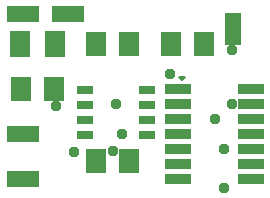
<source format=gts>
G04 EAGLE Gerber RS-274X export*
G75*
%MOMM*%
%FSLAX34Y34*%
%LPD*%
%INTop Solder Mask*%
%IPPOS*%
%AMOC8*
5,1,8,0,0,1.08239X$1,22.5*%
G01*
%ADD10C,0.152400*%
%ADD11R,1.703200X2.203200*%
%ADD12R,1.803200X2.003200*%
%ADD13R,1.473200X2.743200*%
%ADD14R,2.743200X1.473200*%
%ADD15R,2.235200X0.863600*%
%ADD16R,1.803200X2.006200*%
%ADD17R,1.458100X0.711200*%
%ADD18C,0.959600*%


D10*
X162560Y111760D02*
X157480Y111760D01*
X160020Y109220D01*
X162560Y111760D01*
D11*
X53100Y139700D03*
X23100Y139700D03*
D12*
X52100Y101600D03*
X24100Y101600D03*
D13*
X203200Y152400D03*
D14*
X25400Y165100D03*
X25400Y63500D03*
D15*
X157226Y101600D03*
X218694Y101600D03*
X157226Y88900D03*
X157226Y76200D03*
X218694Y88900D03*
X218694Y76200D03*
X157226Y63500D03*
X218694Y63500D03*
X157226Y50800D03*
X157226Y38100D03*
X218694Y50800D03*
X218694Y38100D03*
X157226Y25400D03*
X218694Y25400D03*
D12*
X87600Y139700D03*
X115600Y139700D03*
X151100Y139700D03*
X179100Y139700D03*
D16*
X87380Y40640D03*
X115820Y40640D03*
D14*
X63500Y165100D03*
X25400Y25400D03*
D17*
X77927Y100330D03*
X77927Y87630D03*
X77927Y74930D03*
X77927Y62230D03*
X130354Y62230D03*
X130354Y74930D03*
X130354Y87630D03*
X130354Y100330D03*
D18*
X53340Y86868D03*
X102108Y48768D03*
X202692Y88392D03*
X202692Y134112D03*
X109220Y63500D03*
X187960Y76200D03*
X68580Y48260D03*
X195580Y17780D03*
X195580Y50800D03*
X149860Y114300D03*
X104140Y88900D03*
M02*

</source>
